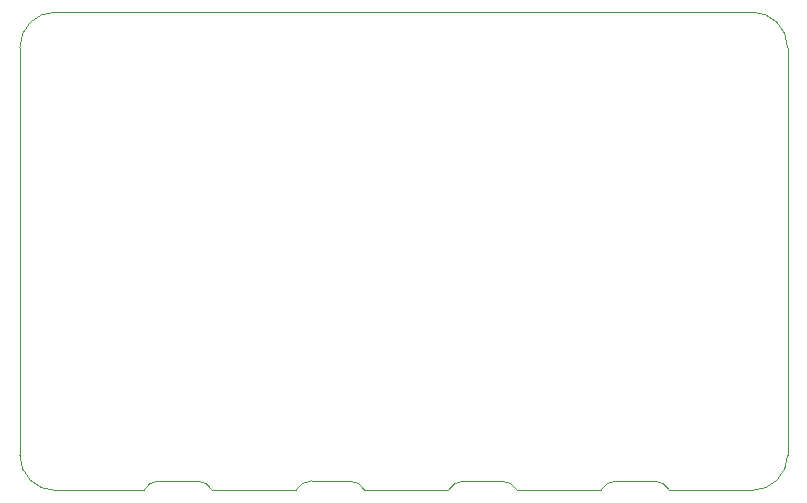
<source format=gm1>
%TF.GenerationSoftware,KiCad,Pcbnew,7.0.9-7.0.9~ubuntu22.04.1*%
%TF.CreationDate,2023-12-11T10:38:12-03:00*%
%TF.ProjectId,WM_RB-HAT,574d5f52-422d-4484-9154-2e6b69636164,rev?*%
%TF.SameCoordinates,Original*%
%TF.FileFunction,Profile,NP*%
%FSLAX46Y46*%
G04 Gerber Fmt 4.6, Leading zero omitted, Abs format (unit mm)*
G04 Created by KiCad (PCBNEW 7.0.9-7.0.9~ubuntu22.04.1) date 2023-12-11 10:38:12*
%MOMM*%
%LPD*%
G01*
G04 APERTURE LIST*
%TA.AperFunction,Profile*%
%ADD10C,0.100000*%
%TD*%
G04 APERTURE END LIST*
D10*
X120620054Y-100799972D02*
G75*
G03*
X119300000Y-100000000I-1318954J-687328D01*
G01*
X140500000Y-100800000D02*
G75*
G03*
X143500000Y-97800000I0J3000000D01*
G01*
X107720000Y-100800000D02*
X114780000Y-100800000D01*
X78500000Y-97800000D02*
G75*
G03*
X81500000Y-100800000I3000000J0D01*
G01*
X90300000Y-100000008D02*
G75*
G03*
X88980000Y-100800000I-1100J-1487192D01*
G01*
X81500000Y-60300000D02*
G75*
G03*
X78500000Y-63300000I-50J-2999950D01*
G01*
X107720054Y-100799972D02*
G75*
G03*
X106400000Y-100000000I-1318954J-687328D01*
G01*
X94820000Y-100800000D02*
X101880000Y-100800000D01*
X103200000Y-100000008D02*
G75*
G03*
X101880000Y-100800000I-1100J-1487192D01*
G01*
X78500000Y-63300000D02*
X78500000Y-97800000D01*
X116100000Y-100000000D02*
X119300000Y-100000000D01*
X129000000Y-100000000D02*
X132200000Y-100000000D01*
X94820054Y-100799972D02*
G75*
G03*
X93500000Y-100000000I-1318954J-687328D01*
G01*
X120620000Y-100800000D02*
X127680000Y-100800000D01*
X133520000Y-100800000D02*
X140500000Y-100800000D01*
X116100000Y-100000008D02*
G75*
G03*
X114780000Y-100800000I-1100J-1487192D01*
G01*
X81500000Y-100800000D02*
X88980000Y-100800000D01*
X103200000Y-100000000D02*
X106400000Y-100000000D01*
X133520007Y-100799996D02*
G75*
G03*
X132200000Y-100000000I-1318907J-687204D01*
G01*
X143500000Y-97800000D02*
X143500000Y-63300000D01*
X90300000Y-100000000D02*
X93500000Y-100000000D01*
X143500000Y-63300000D02*
G75*
G03*
X140500000Y-60300000I-2999900J100D01*
G01*
X140500000Y-60300000D02*
X81500000Y-60300000D01*
X129000000Y-100000008D02*
G75*
G03*
X127680000Y-100800000I-1100J-1487192D01*
G01*
M02*

</source>
